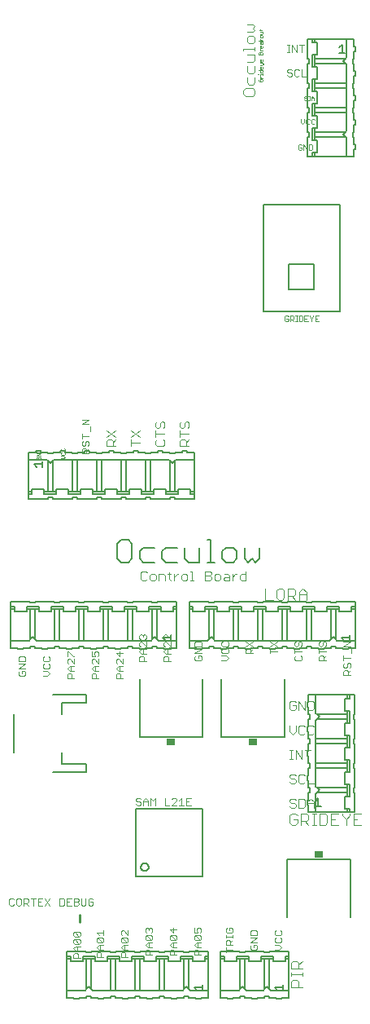
<source format=gto>
G75*
%MOIN*%
%OFA0B0*%
%FSLAX25Y25*%
%IPPOS*%
%LPD*%
%AMOC8*
5,1,8,0,0,1.08239X$1,22.5*
%
%ADD10C,0.00300*%
%ADD11C,0.00400*%
%ADD12C,0.00100*%
%ADD13C,0.00200*%
%ADD14C,0.00800*%
%ADD15C,0.00600*%
%ADD16C,0.00500*%
%ADD17C,0.01000*%
%ADD18R,0.03400X0.03000*%
D10*
X0024634Y0067150D02*
X0024150Y0067634D01*
X0024150Y0069569D01*
X0024634Y0070052D01*
X0025601Y0070052D01*
X0026085Y0069569D01*
X0027097Y0069569D02*
X0027097Y0067634D01*
X0027580Y0067150D01*
X0028548Y0067150D01*
X0029031Y0067634D01*
X0029031Y0069569D01*
X0028548Y0070052D01*
X0027580Y0070052D01*
X0027097Y0069569D01*
X0026085Y0067634D02*
X0025601Y0067150D01*
X0024634Y0067150D01*
X0030043Y0067150D02*
X0030043Y0070052D01*
X0031494Y0070052D01*
X0031978Y0069569D01*
X0031978Y0068601D01*
X0031494Y0068117D01*
X0030043Y0068117D01*
X0031011Y0068117D02*
X0031978Y0067150D01*
X0033957Y0067150D02*
X0033957Y0070052D01*
X0032990Y0070052D02*
X0034925Y0070052D01*
X0035936Y0070052D02*
X0035936Y0067150D01*
X0037871Y0067150D01*
X0038883Y0067150D02*
X0040818Y0070052D01*
X0038883Y0070052D02*
X0040818Y0067150D01*
X0044776Y0067150D02*
X0046227Y0067150D01*
X0046711Y0067634D01*
X0046711Y0069569D01*
X0046227Y0070052D01*
X0044776Y0070052D01*
X0044776Y0067150D01*
X0047722Y0067150D02*
X0049657Y0067150D01*
X0050669Y0067150D02*
X0052120Y0067150D01*
X0052604Y0067634D01*
X0052604Y0068117D01*
X0052120Y0068601D01*
X0050669Y0068601D01*
X0052120Y0068601D02*
X0052604Y0069085D01*
X0052604Y0069569D01*
X0052120Y0070052D01*
X0050669Y0070052D01*
X0050669Y0067150D01*
X0048690Y0068601D02*
X0047722Y0068601D01*
X0047722Y0070052D02*
X0047722Y0067150D01*
X0047722Y0070052D02*
X0049657Y0070052D01*
X0053615Y0070052D02*
X0053615Y0067634D01*
X0054099Y0067150D01*
X0055066Y0067150D01*
X0055550Y0067634D01*
X0055550Y0070052D01*
X0056562Y0069569D02*
X0056562Y0067634D01*
X0057045Y0067150D01*
X0058013Y0067150D01*
X0058497Y0067634D01*
X0058497Y0068601D01*
X0057529Y0068601D01*
X0056562Y0069569D02*
X0057045Y0070052D01*
X0058013Y0070052D01*
X0058497Y0069569D01*
X0062850Y0056925D02*
X0062850Y0054990D01*
X0062850Y0055957D02*
X0059948Y0055957D01*
X0060915Y0054990D01*
X0060431Y0053978D02*
X0062366Y0052043D01*
X0062850Y0052527D01*
X0062850Y0053494D01*
X0062366Y0053978D01*
X0060431Y0053978D01*
X0059948Y0053494D01*
X0059948Y0052527D01*
X0060431Y0052043D01*
X0062366Y0052043D01*
X0062850Y0051031D02*
X0060915Y0051031D01*
X0059948Y0050064D01*
X0060915Y0049097D01*
X0062850Y0049097D01*
X0061399Y0049097D02*
X0061399Y0051031D01*
X0061399Y0048085D02*
X0061883Y0047601D01*
X0061883Y0046150D01*
X0062850Y0046150D02*
X0059948Y0046150D01*
X0059948Y0047601D01*
X0060431Y0048085D01*
X0061399Y0048085D01*
X0053350Y0048597D02*
X0051415Y0048597D01*
X0050448Y0049564D01*
X0051415Y0050531D01*
X0053350Y0050531D01*
X0052866Y0051543D02*
X0050931Y0053478D01*
X0052866Y0053478D01*
X0053350Y0052994D01*
X0053350Y0052027D01*
X0052866Y0051543D01*
X0050931Y0051543D01*
X0050448Y0052027D01*
X0050448Y0052994D01*
X0050931Y0053478D01*
X0050931Y0054490D02*
X0050448Y0054973D01*
X0050448Y0055941D01*
X0050931Y0056425D01*
X0052866Y0054490D01*
X0053350Y0054973D01*
X0053350Y0055941D01*
X0052866Y0056425D01*
X0050931Y0056425D01*
X0050931Y0054490D02*
X0052866Y0054490D01*
X0051899Y0050531D02*
X0051899Y0048597D01*
X0051899Y0047585D02*
X0052383Y0047101D01*
X0052383Y0045650D01*
X0053350Y0045650D02*
X0050448Y0045650D01*
X0050448Y0047101D01*
X0050931Y0047585D01*
X0051899Y0047585D01*
X0036904Y0068601D02*
X0035936Y0068601D01*
X0035936Y0070052D02*
X0037871Y0070052D01*
X0069948Y0056441D02*
X0069948Y0055473D01*
X0070431Y0054990D01*
X0070431Y0053978D02*
X0072366Y0052043D01*
X0072850Y0052527D01*
X0072850Y0053494D01*
X0072366Y0053978D01*
X0070431Y0053978D01*
X0069948Y0053494D01*
X0069948Y0052527D01*
X0070431Y0052043D01*
X0072366Y0052043D01*
X0072850Y0051031D02*
X0070915Y0051031D01*
X0069948Y0050064D01*
X0070915Y0049097D01*
X0072850Y0049097D01*
X0071399Y0049097D02*
X0071399Y0051031D01*
X0071399Y0048085D02*
X0071883Y0047601D01*
X0071883Y0046150D01*
X0072850Y0046150D02*
X0069948Y0046150D01*
X0069948Y0047601D01*
X0070431Y0048085D01*
X0071399Y0048085D01*
X0072850Y0054990D02*
X0070915Y0056925D01*
X0070431Y0056925D01*
X0069948Y0056441D01*
X0072850Y0056925D02*
X0072850Y0054990D01*
X0079948Y0054494D02*
X0080431Y0054978D01*
X0082366Y0053043D01*
X0082850Y0053527D01*
X0082850Y0054494D01*
X0082366Y0054978D01*
X0080431Y0054978D01*
X0079948Y0054494D02*
X0079948Y0053527D01*
X0080431Y0053043D01*
X0082366Y0053043D01*
X0082850Y0052031D02*
X0080915Y0052031D01*
X0079948Y0051064D01*
X0080915Y0050097D01*
X0082850Y0050097D01*
X0081399Y0050097D02*
X0081399Y0052031D01*
X0081399Y0049085D02*
X0081883Y0048601D01*
X0081883Y0047150D01*
X0082850Y0047150D02*
X0079948Y0047150D01*
X0079948Y0048601D01*
X0080431Y0049085D01*
X0081399Y0049085D01*
X0082366Y0055990D02*
X0082850Y0056473D01*
X0082850Y0057441D01*
X0082366Y0057925D01*
X0081883Y0057925D01*
X0081399Y0057441D01*
X0081399Y0056957D01*
X0081399Y0057441D02*
X0080915Y0057925D01*
X0080431Y0057925D01*
X0079948Y0057441D01*
X0079948Y0056473D01*
X0080431Y0055990D01*
X0089948Y0057441D02*
X0091399Y0055990D01*
X0091399Y0057925D01*
X0092850Y0057441D02*
X0089948Y0057441D01*
X0090431Y0054978D02*
X0092366Y0053043D01*
X0092850Y0053527D01*
X0092850Y0054494D01*
X0092366Y0054978D01*
X0090431Y0054978D01*
X0089948Y0054494D01*
X0089948Y0053527D01*
X0090431Y0053043D01*
X0092366Y0053043D01*
X0092850Y0052031D02*
X0090915Y0052031D01*
X0089948Y0051064D01*
X0090915Y0050097D01*
X0092850Y0050097D01*
X0091399Y0050097D02*
X0091399Y0052031D01*
X0091399Y0049085D02*
X0090431Y0049085D01*
X0089948Y0048601D01*
X0089948Y0047150D01*
X0092850Y0047150D01*
X0091883Y0047150D02*
X0091883Y0048601D01*
X0091399Y0049085D01*
X0099948Y0048601D02*
X0099948Y0047150D01*
X0102850Y0047150D01*
X0101883Y0047150D02*
X0101883Y0048601D01*
X0101399Y0049085D01*
X0100431Y0049085D01*
X0099948Y0048601D01*
X0100915Y0050097D02*
X0099948Y0051064D01*
X0100915Y0052031D01*
X0102850Y0052031D01*
X0102366Y0053043D02*
X0100431Y0054978D01*
X0102366Y0054978D01*
X0102850Y0054494D01*
X0102850Y0053527D01*
X0102366Y0053043D01*
X0100431Y0053043D01*
X0099948Y0053527D01*
X0099948Y0054494D01*
X0100431Y0054978D01*
X0099948Y0055990D02*
X0101399Y0055990D01*
X0100915Y0056957D01*
X0100915Y0057441D01*
X0101399Y0057925D01*
X0102366Y0057925D01*
X0102850Y0057441D01*
X0102850Y0056473D01*
X0102366Y0055990D01*
X0099948Y0055990D02*
X0099948Y0057925D01*
X0101399Y0052031D02*
X0101399Y0050097D01*
X0100915Y0050097D02*
X0102850Y0050097D01*
X0112948Y0050085D02*
X0112948Y0048150D01*
X0112948Y0049117D02*
X0115850Y0049117D01*
X0115850Y0051097D02*
X0112948Y0051097D01*
X0112948Y0052548D01*
X0113431Y0053031D01*
X0114399Y0053031D01*
X0114883Y0052548D01*
X0114883Y0051097D01*
X0114883Y0052064D02*
X0115850Y0053031D01*
X0115850Y0054043D02*
X0115850Y0055011D01*
X0115850Y0054527D02*
X0112948Y0054527D01*
X0112948Y0054043D02*
X0112948Y0055011D01*
X0113431Y0056007D02*
X0115366Y0056007D01*
X0115850Y0056491D01*
X0115850Y0057459D01*
X0115366Y0057942D01*
X0114399Y0057942D01*
X0114399Y0056975D01*
X0113431Y0057942D02*
X0112948Y0057459D01*
X0112948Y0056491D01*
X0113431Y0056007D01*
X0122948Y0056494D02*
X0122948Y0055043D01*
X0125850Y0055043D01*
X0125850Y0056494D01*
X0125366Y0056978D01*
X0123431Y0056978D01*
X0122948Y0056494D01*
X0122948Y0054031D02*
X0125850Y0054031D01*
X0122948Y0052097D01*
X0125850Y0052097D01*
X0125366Y0051085D02*
X0124399Y0051085D01*
X0124399Y0050117D01*
X0125366Y0049150D02*
X0125850Y0049634D01*
X0125850Y0050601D01*
X0125366Y0051085D01*
X0123431Y0051085D02*
X0122948Y0050601D01*
X0122948Y0049634D01*
X0123431Y0049150D01*
X0125366Y0049150D01*
X0132948Y0049150D02*
X0134883Y0049150D01*
X0135850Y0050117D01*
X0134883Y0051085D01*
X0132948Y0051085D01*
X0133431Y0052097D02*
X0135366Y0052097D01*
X0135850Y0052580D01*
X0135850Y0053548D01*
X0135366Y0054031D01*
X0135366Y0055043D02*
X0135850Y0055527D01*
X0135850Y0056494D01*
X0135366Y0056978D01*
X0133431Y0056978D02*
X0132948Y0056494D01*
X0132948Y0055527D01*
X0133431Y0055043D01*
X0135366Y0055043D01*
X0133431Y0054031D02*
X0132948Y0053548D01*
X0132948Y0052580D01*
X0133431Y0052097D01*
X0139767Y0107150D02*
X0139150Y0107767D01*
X0139767Y0107150D02*
X0141002Y0107150D01*
X0141619Y0107767D01*
X0141619Y0108384D01*
X0141002Y0109002D01*
X0139767Y0109002D01*
X0139150Y0109619D01*
X0139150Y0110236D01*
X0139767Y0110853D01*
X0141002Y0110853D01*
X0141619Y0110236D01*
X0142833Y0110853D02*
X0144685Y0110853D01*
X0145302Y0110236D01*
X0145302Y0107767D01*
X0144685Y0107150D01*
X0142833Y0107150D01*
X0142833Y0110853D01*
X0146516Y0109619D02*
X0146516Y0107150D01*
X0146516Y0109002D02*
X0148985Y0109002D01*
X0148985Y0109619D02*
X0148985Y0107150D01*
X0148985Y0109619D02*
X0147751Y0110853D01*
X0146516Y0109619D01*
X0146516Y0117150D02*
X0148985Y0117150D01*
X0146516Y0117150D02*
X0146516Y0120853D01*
X0145302Y0120236D02*
X0144685Y0120853D01*
X0143450Y0120853D01*
X0142833Y0120236D01*
X0142833Y0117767D01*
X0143450Y0117150D01*
X0144685Y0117150D01*
X0145302Y0117767D01*
X0141619Y0117767D02*
X0141002Y0117150D01*
X0139767Y0117150D01*
X0139150Y0117767D01*
X0139767Y0119002D02*
X0141002Y0119002D01*
X0141619Y0118384D01*
X0141619Y0117767D01*
X0141619Y0120236D02*
X0141002Y0120853D01*
X0139767Y0120853D01*
X0139150Y0120236D01*
X0139150Y0119619D01*
X0139767Y0119002D01*
X0139767Y0127150D02*
X0139767Y0130853D01*
X0139150Y0130853D02*
X0140384Y0130853D01*
X0141605Y0130853D02*
X0141605Y0127150D01*
X0140384Y0127150D02*
X0139150Y0127150D01*
X0141605Y0130853D02*
X0144074Y0127150D01*
X0144074Y0130853D01*
X0145289Y0130853D02*
X0147757Y0130853D01*
X0146523Y0130853D02*
X0146523Y0127150D01*
X0147133Y0137150D02*
X0146516Y0137767D01*
X0146516Y0140236D01*
X0147133Y0140853D01*
X0148368Y0140853D01*
X0148985Y0140236D01*
X0148985Y0137767D02*
X0148368Y0137150D01*
X0147133Y0137150D01*
X0145302Y0137767D02*
X0144685Y0137150D01*
X0143450Y0137150D01*
X0142833Y0137767D01*
X0142833Y0140236D01*
X0143450Y0140853D01*
X0144685Y0140853D01*
X0145302Y0140236D01*
X0141619Y0140853D02*
X0141619Y0138384D01*
X0140384Y0137150D01*
X0139150Y0138384D01*
X0139150Y0140853D01*
X0139767Y0147150D02*
X0141002Y0147150D01*
X0141619Y0147767D01*
X0141619Y0149002D01*
X0140384Y0149002D01*
X0139150Y0150236D02*
X0139150Y0147767D01*
X0139767Y0147150D01*
X0139150Y0150236D02*
X0139767Y0150853D01*
X0141002Y0150853D01*
X0141619Y0150236D01*
X0142833Y0150853D02*
X0145302Y0147150D01*
X0145302Y0150853D01*
X0146516Y0150853D02*
X0148368Y0150853D01*
X0148985Y0150236D01*
X0148985Y0147767D01*
X0148368Y0147150D01*
X0146516Y0147150D01*
X0146516Y0150853D01*
X0142833Y0150853D02*
X0142833Y0147150D01*
X0143566Y0167310D02*
X0141631Y0167310D01*
X0141148Y0167794D01*
X0141148Y0168762D01*
X0141631Y0169245D01*
X0141148Y0170257D02*
X0141148Y0172192D01*
X0141148Y0171224D02*
X0144050Y0171224D01*
X0143566Y0169245D02*
X0144050Y0168762D01*
X0144050Y0167794D01*
X0143566Y0167310D01*
X0143566Y0173203D02*
X0144050Y0173687D01*
X0144050Y0174655D01*
X0143566Y0175138D01*
X0143083Y0175138D01*
X0142599Y0174655D01*
X0142599Y0173687D01*
X0142115Y0173203D01*
X0141631Y0173203D01*
X0141148Y0173687D01*
X0141148Y0174655D01*
X0141631Y0175138D01*
X0134050Y0175138D02*
X0131148Y0173203D01*
X0131148Y0172192D02*
X0131148Y0170257D01*
X0131148Y0171224D02*
X0134050Y0171224D01*
X0134050Y0173203D02*
X0131148Y0175138D01*
X0124050Y0175138D02*
X0121148Y0173203D01*
X0121631Y0172192D02*
X0122599Y0172192D01*
X0123083Y0171708D01*
X0123083Y0170257D01*
X0124050Y0170257D02*
X0121148Y0170257D01*
X0121148Y0171708D01*
X0121631Y0172192D01*
X0123083Y0171224D02*
X0124050Y0172192D01*
X0124050Y0173203D02*
X0121148Y0175138D01*
X0114050Y0174655D02*
X0113566Y0175138D01*
X0114050Y0174655D02*
X0114050Y0173687D01*
X0113566Y0173203D01*
X0111631Y0173203D01*
X0111148Y0173687D01*
X0111148Y0174655D01*
X0111631Y0175138D01*
X0111631Y0172192D02*
X0111148Y0171708D01*
X0111148Y0170741D01*
X0111631Y0170257D01*
X0113566Y0170257D01*
X0114050Y0170741D01*
X0114050Y0171708D01*
X0113566Y0172192D01*
X0113083Y0169245D02*
X0111148Y0169245D01*
X0113083Y0169245D02*
X0114050Y0168278D01*
X0113083Y0167310D01*
X0111148Y0167310D01*
X0103050Y0167794D02*
X0103050Y0168762D01*
X0102566Y0169245D01*
X0101599Y0169245D01*
X0101599Y0168278D01*
X0100631Y0167310D02*
X0102566Y0167310D01*
X0103050Y0167794D01*
X0103050Y0170257D02*
X0100148Y0170257D01*
X0103050Y0172192D01*
X0100148Y0172192D01*
X0100148Y0173203D02*
X0100148Y0174655D01*
X0100631Y0175138D01*
X0102566Y0175138D01*
X0103050Y0174655D01*
X0103050Y0173203D01*
X0100148Y0173203D01*
X0100631Y0169245D02*
X0100148Y0168762D01*
X0100148Y0167794D01*
X0100631Y0167310D01*
X0090350Y0167150D02*
X0087448Y0167150D01*
X0087448Y0168601D01*
X0087931Y0169085D01*
X0088899Y0169085D01*
X0089383Y0168601D01*
X0089383Y0167150D01*
X0088899Y0170097D02*
X0088899Y0172031D01*
X0088415Y0172031D02*
X0090350Y0172031D01*
X0090350Y0173043D02*
X0088415Y0174978D01*
X0087931Y0174978D01*
X0087448Y0174494D01*
X0087448Y0173527D01*
X0087931Y0173043D01*
X0088415Y0172031D02*
X0087448Y0171064D01*
X0088415Y0170097D01*
X0090350Y0170097D01*
X0090350Y0173043D02*
X0090350Y0174978D01*
X0090350Y0175990D02*
X0088415Y0177925D01*
X0087931Y0177925D01*
X0087448Y0177441D01*
X0087448Y0176473D01*
X0087931Y0175990D01*
X0090350Y0175990D02*
X0090350Y0177925D01*
X0090434Y0200150D02*
X0089817Y0200767D01*
X0089817Y0203236D01*
X0090434Y0202619D02*
X0089199Y0202619D01*
X0087985Y0202002D02*
X0087985Y0200150D01*
X0087985Y0202002D02*
X0087368Y0202619D01*
X0085516Y0202619D01*
X0085516Y0200150D01*
X0084302Y0200767D02*
X0084302Y0202002D01*
X0083685Y0202619D01*
X0082450Y0202619D01*
X0081833Y0202002D01*
X0081833Y0200767D01*
X0082450Y0200150D01*
X0083685Y0200150D01*
X0084302Y0200767D01*
X0080619Y0200767D02*
X0080002Y0200150D01*
X0078767Y0200150D01*
X0078150Y0200767D01*
X0078150Y0203236D01*
X0078767Y0203853D01*
X0080002Y0203853D01*
X0080619Y0203236D01*
X0091655Y0202619D02*
X0091655Y0200150D01*
X0091655Y0201384D02*
X0092889Y0202619D01*
X0093506Y0202619D01*
X0094724Y0202002D02*
X0094724Y0200767D01*
X0095341Y0200150D01*
X0096576Y0200150D01*
X0097193Y0200767D01*
X0097193Y0202002D01*
X0096576Y0202619D01*
X0095341Y0202619D01*
X0094724Y0202002D01*
X0098407Y0203853D02*
X0099024Y0203853D01*
X0099024Y0200150D01*
X0098407Y0200150D02*
X0099642Y0200150D01*
X0104546Y0200150D02*
X0106397Y0200150D01*
X0107015Y0200767D01*
X0107015Y0201384D01*
X0106397Y0202002D01*
X0104546Y0202002D01*
X0104546Y0203853D02*
X0104546Y0200150D01*
X0106397Y0202002D02*
X0107015Y0202619D01*
X0107015Y0203236D01*
X0106397Y0203853D01*
X0104546Y0203853D01*
X0108229Y0202002D02*
X0108229Y0200767D01*
X0108846Y0200150D01*
X0110081Y0200150D01*
X0110698Y0200767D01*
X0110698Y0202002D01*
X0110081Y0202619D01*
X0108846Y0202619D01*
X0108229Y0202002D01*
X0111912Y0200767D02*
X0112529Y0201384D01*
X0114381Y0201384D01*
X0114381Y0202002D02*
X0114381Y0200150D01*
X0112529Y0200150D01*
X0111912Y0200767D01*
X0112529Y0202619D02*
X0113764Y0202619D01*
X0114381Y0202002D01*
X0115595Y0202619D02*
X0115595Y0200150D01*
X0115595Y0201384D02*
X0116830Y0202619D01*
X0117447Y0202619D01*
X0118665Y0202002D02*
X0119282Y0202619D01*
X0121133Y0202619D01*
X0121133Y0203853D02*
X0121133Y0200150D01*
X0119282Y0200150D01*
X0118665Y0200767D01*
X0118665Y0202002D01*
X0097850Y0255150D02*
X0094147Y0255150D01*
X0094147Y0257002D01*
X0094764Y0257619D01*
X0095998Y0257619D01*
X0096616Y0257002D01*
X0096616Y0255150D01*
X0096616Y0256384D02*
X0097850Y0257619D01*
X0097850Y0260068D02*
X0094147Y0260068D01*
X0094147Y0261302D02*
X0094147Y0258833D01*
X0094764Y0262516D02*
X0094147Y0263133D01*
X0094147Y0264368D01*
X0094764Y0264985D01*
X0095998Y0264368D02*
X0096616Y0264985D01*
X0097233Y0264985D01*
X0097850Y0264368D01*
X0097850Y0263133D01*
X0097233Y0262516D01*
X0095998Y0263133D02*
X0095998Y0264368D01*
X0095998Y0263133D02*
X0095381Y0262516D01*
X0094764Y0262516D01*
X0087850Y0263133D02*
X0087233Y0262516D01*
X0087850Y0263133D02*
X0087850Y0264368D01*
X0087233Y0264985D01*
X0086616Y0264985D01*
X0085998Y0264368D01*
X0085998Y0263133D01*
X0085381Y0262516D01*
X0084764Y0262516D01*
X0084147Y0263133D01*
X0084147Y0264368D01*
X0084764Y0264985D01*
X0084147Y0261302D02*
X0084147Y0258833D01*
X0084147Y0260068D02*
X0087850Y0260068D01*
X0087233Y0257619D02*
X0087850Y0257002D01*
X0087850Y0255767D01*
X0087233Y0255150D01*
X0084764Y0255150D01*
X0084147Y0255767D01*
X0084147Y0257002D01*
X0084764Y0257619D01*
X0077850Y0258833D02*
X0074147Y0261302D01*
X0074147Y0258833D02*
X0077850Y0261302D01*
X0077850Y0256384D02*
X0074147Y0256384D01*
X0074147Y0255150D02*
X0074147Y0257619D01*
X0067850Y0257619D02*
X0066616Y0256384D01*
X0066616Y0257002D02*
X0066616Y0255150D01*
X0067850Y0255150D02*
X0064147Y0255150D01*
X0064147Y0257002D01*
X0064764Y0257619D01*
X0065998Y0257619D01*
X0066616Y0257002D01*
X0067850Y0258833D02*
X0064147Y0261302D01*
X0064147Y0258833D02*
X0067850Y0261302D01*
X0057334Y0260990D02*
X0057334Y0262925D01*
X0056850Y0263936D02*
X0053948Y0263936D01*
X0056850Y0265871D01*
X0053948Y0265871D01*
X0053948Y0259978D02*
X0053948Y0258043D01*
X0053948Y0259011D02*
X0056850Y0259011D01*
X0056366Y0257031D02*
X0055883Y0257031D01*
X0055399Y0256548D01*
X0055399Y0255580D01*
X0054915Y0255097D01*
X0054431Y0255097D01*
X0053948Y0255580D01*
X0053948Y0256548D01*
X0054431Y0257031D01*
X0056366Y0257031D02*
X0056850Y0256548D01*
X0056850Y0255580D01*
X0056366Y0255097D01*
X0056850Y0254085D02*
X0055883Y0253117D01*
X0055883Y0253601D02*
X0055883Y0252150D01*
X0056850Y0252150D02*
X0053948Y0252150D01*
X0053948Y0253601D01*
X0054431Y0254085D01*
X0055399Y0254085D01*
X0055883Y0253601D01*
X0077931Y0177925D02*
X0078415Y0177925D01*
X0078899Y0177441D01*
X0079383Y0177925D01*
X0079866Y0177925D01*
X0080350Y0177441D01*
X0080350Y0176473D01*
X0079866Y0175990D01*
X0080350Y0174978D02*
X0080350Y0173043D01*
X0078415Y0174978D01*
X0077931Y0174978D01*
X0077448Y0174494D01*
X0077448Y0173527D01*
X0077931Y0173043D01*
X0078415Y0172031D02*
X0080350Y0172031D01*
X0078899Y0172031D02*
X0078899Y0170097D01*
X0078415Y0170097D02*
X0080350Y0170097D01*
X0078899Y0169085D02*
X0079383Y0168601D01*
X0079383Y0167150D01*
X0080350Y0167150D02*
X0077448Y0167150D01*
X0077448Y0168601D01*
X0077931Y0169085D01*
X0078899Y0169085D01*
X0078415Y0170097D02*
X0077448Y0171064D01*
X0078415Y0172031D01*
X0077931Y0175990D02*
X0077448Y0176473D01*
X0077448Y0177441D01*
X0077931Y0177925D01*
X0078899Y0177441D02*
X0078899Y0176957D01*
X0070850Y0170441D02*
X0067948Y0170441D01*
X0069399Y0168990D01*
X0069399Y0170925D01*
X0068915Y0167978D02*
X0068431Y0167978D01*
X0067948Y0167494D01*
X0067948Y0166527D01*
X0068431Y0166043D01*
X0068915Y0165031D02*
X0070850Y0165031D01*
X0070850Y0166043D02*
X0068915Y0167978D01*
X0070850Y0167978D02*
X0070850Y0166043D01*
X0069399Y0165031D02*
X0069399Y0163097D01*
X0068915Y0163097D02*
X0067948Y0164064D01*
X0068915Y0165031D01*
X0068915Y0163097D02*
X0070850Y0163097D01*
X0069399Y0162085D02*
X0069883Y0161601D01*
X0069883Y0160150D01*
X0070850Y0160150D02*
X0067948Y0160150D01*
X0067948Y0161601D01*
X0068431Y0162085D01*
X0069399Y0162085D01*
X0060850Y0163097D02*
X0058915Y0163097D01*
X0057948Y0164064D01*
X0058915Y0165031D01*
X0060850Y0165031D01*
X0060850Y0166043D02*
X0058915Y0167978D01*
X0058431Y0167978D01*
X0057948Y0167494D01*
X0057948Y0166527D01*
X0058431Y0166043D01*
X0059399Y0165031D02*
X0059399Y0163097D01*
X0059399Y0162085D02*
X0059883Y0161601D01*
X0059883Y0160150D01*
X0060850Y0160150D02*
X0057948Y0160150D01*
X0057948Y0161601D01*
X0058431Y0162085D01*
X0059399Y0162085D01*
X0060850Y0166043D02*
X0060850Y0167978D01*
X0060366Y0168990D02*
X0060850Y0169473D01*
X0060850Y0170441D01*
X0060366Y0170925D01*
X0059399Y0170925D01*
X0058915Y0170441D01*
X0058915Y0169957D01*
X0059399Y0168990D01*
X0057948Y0168990D01*
X0057948Y0170925D01*
X0050850Y0168990D02*
X0050366Y0168990D01*
X0048431Y0170925D01*
X0047948Y0170925D01*
X0047948Y0168990D01*
X0048431Y0167978D02*
X0047948Y0167494D01*
X0047948Y0166527D01*
X0048431Y0166043D01*
X0048915Y0165031D02*
X0050850Y0165031D01*
X0050850Y0166043D02*
X0048915Y0167978D01*
X0048431Y0167978D01*
X0048915Y0165031D02*
X0047948Y0164064D01*
X0048915Y0163097D01*
X0050850Y0163097D01*
X0049399Y0163097D02*
X0049399Y0165031D01*
X0050850Y0166043D02*
X0050850Y0167978D01*
X0049399Y0162085D02*
X0049883Y0161601D01*
X0049883Y0160150D01*
X0050850Y0160150D02*
X0047948Y0160150D01*
X0047948Y0161601D01*
X0048431Y0162085D01*
X0049399Y0162085D01*
X0040850Y0162117D02*
X0039883Y0163085D01*
X0037948Y0163085D01*
X0038431Y0164097D02*
X0040366Y0164097D01*
X0040850Y0164580D01*
X0040850Y0165548D01*
X0040366Y0166031D01*
X0040366Y0167043D02*
X0040850Y0167527D01*
X0040850Y0168494D01*
X0040366Y0168978D01*
X0040366Y0167043D02*
X0038431Y0167043D01*
X0037948Y0167527D01*
X0037948Y0168494D01*
X0038431Y0168978D01*
X0038431Y0166031D02*
X0037948Y0165548D01*
X0037948Y0164580D01*
X0038431Y0164097D01*
X0037948Y0161150D02*
X0039883Y0161150D01*
X0040850Y0162117D01*
X0030850Y0161634D02*
X0030850Y0162601D01*
X0030366Y0163085D01*
X0029399Y0163085D01*
X0029399Y0162117D01*
X0030366Y0161150D02*
X0028431Y0161150D01*
X0027948Y0161634D01*
X0027948Y0162601D01*
X0028431Y0163085D01*
X0027948Y0164097D02*
X0030850Y0166031D01*
X0027948Y0166031D01*
X0027948Y0167043D02*
X0027948Y0168494D01*
X0028431Y0168978D01*
X0030366Y0168978D01*
X0030850Y0168494D01*
X0030850Y0167043D01*
X0027948Y0167043D01*
X0027948Y0164097D02*
X0030850Y0164097D01*
X0030850Y0161634D02*
X0030366Y0161150D01*
X0076634Y0111052D02*
X0076150Y0110569D01*
X0076150Y0110085D01*
X0076634Y0109601D01*
X0077601Y0109601D01*
X0078085Y0109117D01*
X0078085Y0108634D01*
X0077601Y0108150D01*
X0076634Y0108150D01*
X0076150Y0108634D01*
X0076634Y0111052D02*
X0077601Y0111052D01*
X0078085Y0110569D01*
X0079097Y0110085D02*
X0080064Y0111052D01*
X0081031Y0110085D01*
X0081031Y0108150D01*
X0082043Y0108150D02*
X0082043Y0111052D01*
X0083011Y0110085D01*
X0083978Y0111052D01*
X0083978Y0108150D01*
X0081031Y0109601D02*
X0079097Y0109601D01*
X0079097Y0110085D02*
X0079097Y0108150D01*
X0087936Y0108150D02*
X0089871Y0108150D01*
X0090883Y0108150D02*
X0092818Y0110085D01*
X0092818Y0110569D01*
X0092334Y0111052D01*
X0091366Y0111052D01*
X0090883Y0110569D01*
X0090883Y0108150D02*
X0092818Y0108150D01*
X0093829Y0108150D02*
X0095764Y0108150D01*
X0094797Y0108150D02*
X0094797Y0111052D01*
X0093829Y0110085D01*
X0096776Y0109601D02*
X0097743Y0109601D01*
X0096776Y0108150D02*
X0098711Y0108150D01*
X0096776Y0108150D02*
X0096776Y0111052D01*
X0098711Y0111052D01*
X0087936Y0111052D02*
X0087936Y0108150D01*
X0151148Y0167310D02*
X0151148Y0168762D01*
X0151631Y0169245D01*
X0152599Y0169245D01*
X0153083Y0168762D01*
X0153083Y0167310D01*
X0154050Y0167310D02*
X0151148Y0167310D01*
X0153083Y0168278D02*
X0154050Y0169245D01*
X0154050Y0171224D02*
X0151148Y0171224D01*
X0151148Y0170257D02*
X0151148Y0172192D01*
X0151631Y0173203D02*
X0152115Y0173203D01*
X0152599Y0173687D01*
X0152599Y0174655D01*
X0153083Y0175138D01*
X0153566Y0175138D01*
X0154050Y0174655D01*
X0154050Y0173687D01*
X0153566Y0173203D01*
X0151631Y0173203D02*
X0151148Y0173687D01*
X0151148Y0174655D01*
X0151631Y0175138D01*
X0161148Y0175138D02*
X0164050Y0175138D01*
X0161148Y0173203D01*
X0164050Y0173203D01*
X0164534Y0172192D02*
X0164534Y0170257D01*
X0164050Y0168278D02*
X0161148Y0168278D01*
X0161148Y0169245D02*
X0161148Y0167310D01*
X0161631Y0166299D02*
X0161148Y0165815D01*
X0161148Y0164848D01*
X0161631Y0164364D01*
X0162115Y0164364D01*
X0162599Y0164848D01*
X0162599Y0165815D01*
X0163083Y0166299D01*
X0163566Y0166299D01*
X0164050Y0165815D01*
X0164050Y0164848D01*
X0163566Y0164364D01*
X0164050Y0163352D02*
X0163083Y0162385D01*
X0163083Y0162869D02*
X0163083Y0161417D01*
X0164050Y0161417D02*
X0161148Y0161417D01*
X0161148Y0162869D01*
X0161631Y0163352D01*
X0162599Y0163352D01*
X0163083Y0162869D01*
X0145978Y0406150D02*
X0144043Y0406150D01*
X0144043Y0409052D01*
X0143031Y0408569D02*
X0142548Y0409052D01*
X0141580Y0409052D01*
X0141097Y0408569D01*
X0141097Y0406634D01*
X0141580Y0406150D01*
X0142548Y0406150D01*
X0143031Y0406634D01*
X0140085Y0406634D02*
X0139601Y0406150D01*
X0138634Y0406150D01*
X0138150Y0406634D01*
X0138634Y0407601D02*
X0139601Y0407601D01*
X0140085Y0407117D01*
X0140085Y0406634D01*
X0138634Y0407601D02*
X0138150Y0408085D01*
X0138150Y0408569D01*
X0138634Y0409052D01*
X0139601Y0409052D01*
X0140085Y0408569D01*
X0140114Y0416150D02*
X0140114Y0419052D01*
X0142049Y0416150D01*
X0142049Y0419052D01*
X0143061Y0419052D02*
X0144996Y0419052D01*
X0144028Y0419052D02*
X0144028Y0416150D01*
X0139117Y0416150D02*
X0138150Y0416150D01*
X0138634Y0416150D02*
X0138634Y0419052D01*
X0139117Y0419052D02*
X0138150Y0419052D01*
D11*
X0124800Y0418150D02*
X0124800Y0416616D01*
X0124800Y0417383D02*
X0120196Y0417383D01*
X0120196Y0416616D01*
X0121731Y0415081D02*
X0124800Y0415081D01*
X0124800Y0412779D01*
X0124033Y0412012D01*
X0121731Y0412012D01*
X0121731Y0410477D02*
X0121731Y0408175D01*
X0122498Y0407408D01*
X0124033Y0407408D01*
X0124800Y0408175D01*
X0124800Y0410477D01*
X0124800Y0405873D02*
X0124800Y0403571D01*
X0124033Y0402804D01*
X0122498Y0402804D01*
X0121731Y0403571D01*
X0121731Y0405873D01*
X0120963Y0401269D02*
X0120196Y0400502D01*
X0120196Y0398967D01*
X0120963Y0398200D01*
X0124033Y0398200D01*
X0124800Y0398967D01*
X0124800Y0400502D01*
X0124033Y0401269D01*
X0120963Y0401269D01*
X0122498Y0419685D02*
X0121731Y0420452D01*
X0121731Y0421987D01*
X0122498Y0422754D01*
X0124033Y0422754D01*
X0124800Y0421987D01*
X0124800Y0420452D01*
X0124033Y0419685D01*
X0122498Y0419685D01*
X0121731Y0424289D02*
X0124033Y0424289D01*
X0124800Y0425056D01*
X0124033Y0425824D01*
X0124800Y0426591D01*
X0124033Y0427358D01*
X0121731Y0427358D01*
X0129200Y0196804D02*
X0129200Y0192200D01*
X0132269Y0192200D01*
X0133804Y0192967D02*
X0133804Y0196037D01*
X0134571Y0196804D01*
X0136106Y0196804D01*
X0136873Y0196037D01*
X0136873Y0192967D01*
X0136106Y0192200D01*
X0134571Y0192200D01*
X0133804Y0192967D01*
X0138408Y0192200D02*
X0138408Y0196804D01*
X0140710Y0196804D01*
X0141477Y0196037D01*
X0141477Y0194502D01*
X0140710Y0193735D01*
X0138408Y0193735D01*
X0139942Y0193735D02*
X0141477Y0192200D01*
X0143012Y0192200D02*
X0143012Y0195269D01*
X0144546Y0196804D01*
X0146081Y0195269D01*
X0146081Y0192200D01*
X0146081Y0194502D02*
X0143012Y0194502D01*
X0143804Y0104804D02*
X0146106Y0104804D01*
X0146873Y0104037D01*
X0146873Y0102502D01*
X0146106Y0101735D01*
X0143804Y0101735D01*
X0145339Y0101735D02*
X0146873Y0100200D01*
X0148408Y0100200D02*
X0149942Y0100200D01*
X0149175Y0100200D02*
X0149175Y0104804D01*
X0148408Y0104804D02*
X0149942Y0104804D01*
X0151477Y0104804D02*
X0151477Y0100200D01*
X0153779Y0100200D01*
X0154546Y0100967D01*
X0154546Y0104037D01*
X0153779Y0104804D01*
X0151477Y0104804D01*
X0156081Y0104804D02*
X0156081Y0100200D01*
X0159150Y0100200D01*
X0157616Y0102502D02*
X0156081Y0102502D01*
X0156081Y0104804D02*
X0159150Y0104804D01*
X0160685Y0104804D02*
X0160685Y0104037D01*
X0162220Y0102502D01*
X0162220Y0100200D01*
X0162220Y0102502D02*
X0163754Y0104037D01*
X0163754Y0104804D01*
X0165289Y0104804D02*
X0165289Y0100200D01*
X0168358Y0100200D01*
X0166824Y0102502D02*
X0165289Y0102502D01*
X0165289Y0104804D02*
X0168358Y0104804D01*
X0143804Y0104804D02*
X0143804Y0100200D01*
X0142269Y0100967D02*
X0142269Y0102502D01*
X0140735Y0102502D01*
X0142269Y0104037D02*
X0141502Y0104804D01*
X0139967Y0104804D01*
X0139200Y0104037D01*
X0139200Y0100967D01*
X0139967Y0100200D01*
X0141502Y0100200D01*
X0142269Y0100967D01*
X0141998Y0044442D02*
X0140463Y0044442D01*
X0139696Y0043675D01*
X0139696Y0041373D01*
X0144300Y0041373D01*
X0144300Y0039839D02*
X0144300Y0038304D01*
X0144300Y0039071D02*
X0139696Y0039071D01*
X0139696Y0038304D02*
X0139696Y0039839D01*
X0140463Y0036769D02*
X0139696Y0036002D01*
X0139696Y0033700D01*
X0144300Y0033700D01*
X0142765Y0033700D02*
X0142765Y0036002D01*
X0141998Y0036769D01*
X0140463Y0036769D01*
X0142765Y0041373D02*
X0142765Y0043675D01*
X0141998Y0044442D01*
X0142765Y0042908D02*
X0144300Y0044442D01*
D12*
X0046450Y0250050D02*
X0046950Y0250550D01*
X0046450Y0251051D01*
X0045449Y0251051D01*
X0045699Y0251523D02*
X0046700Y0251523D01*
X0046950Y0251773D01*
X0046950Y0252274D01*
X0046700Y0252524D01*
X0046700Y0252997D02*
X0046950Y0253247D01*
X0046950Y0253747D01*
X0046700Y0253997D01*
X0046700Y0252997D02*
X0045699Y0252997D01*
X0045449Y0253247D01*
X0045449Y0253747D01*
X0045699Y0253997D01*
X0045699Y0252524D02*
X0045449Y0252274D01*
X0045449Y0251773D01*
X0045699Y0251523D01*
X0045449Y0250050D02*
X0046450Y0250050D01*
X0036950Y0249800D02*
X0036950Y0250301D01*
X0036700Y0250551D01*
X0036199Y0250551D01*
X0036199Y0250050D01*
X0035699Y0249550D02*
X0036700Y0249550D01*
X0036950Y0249800D01*
X0036950Y0251023D02*
X0035449Y0251023D01*
X0036950Y0252024D01*
X0035449Y0252024D01*
X0035449Y0252497D02*
X0035449Y0253247D01*
X0035699Y0253497D01*
X0036700Y0253497D01*
X0036950Y0253247D01*
X0036950Y0252497D01*
X0035449Y0252497D01*
X0035699Y0250551D02*
X0035449Y0250301D01*
X0035449Y0249800D01*
X0035699Y0249550D01*
X0126699Y0404050D02*
X0127700Y0404050D01*
X0127950Y0404300D01*
X0127950Y0404801D01*
X0127700Y0405051D01*
X0127199Y0405051D01*
X0127199Y0404550D01*
X0126699Y0404050D02*
X0126449Y0404300D01*
X0126449Y0404801D01*
X0126699Y0405051D01*
X0126949Y0405523D02*
X0127950Y0405523D01*
X0127450Y0405523D02*
X0126949Y0406024D01*
X0126949Y0406274D01*
X0126949Y0406751D02*
X0126949Y0407001D01*
X0127950Y0407001D01*
X0127950Y0406751D02*
X0127950Y0407251D01*
X0127700Y0407733D02*
X0127199Y0407733D01*
X0126949Y0407983D01*
X0126949Y0408734D01*
X0126449Y0408734D02*
X0127950Y0408734D01*
X0127950Y0407983D01*
X0127700Y0407733D01*
X0126449Y0407001D02*
X0126199Y0407001D01*
X0127199Y0409206D02*
X0126949Y0409457D01*
X0126949Y0409957D01*
X0127199Y0410207D01*
X0127450Y0410207D01*
X0127450Y0409206D01*
X0127700Y0409206D02*
X0127199Y0409206D01*
X0127700Y0409206D02*
X0127950Y0409457D01*
X0127950Y0409957D01*
X0127700Y0410680D02*
X0127950Y0410930D01*
X0127950Y0411680D01*
X0128200Y0411680D02*
X0128450Y0411430D01*
X0128450Y0411180D01*
X0128200Y0411680D02*
X0126949Y0411680D01*
X0127199Y0412153D02*
X0126949Y0412403D01*
X0126949Y0412904D01*
X0127199Y0413154D01*
X0127450Y0413154D01*
X0127450Y0412153D01*
X0127700Y0412153D02*
X0127199Y0412153D01*
X0127700Y0412153D02*
X0127950Y0412403D01*
X0127950Y0412904D01*
X0127950Y0415099D02*
X0126449Y0415099D01*
X0126449Y0415850D01*
X0126699Y0416100D01*
X0126949Y0416100D01*
X0127199Y0415850D01*
X0127199Y0415099D01*
X0127950Y0415099D02*
X0127950Y0415850D01*
X0127700Y0416100D01*
X0127450Y0416100D01*
X0127199Y0415850D01*
X0126949Y0416573D02*
X0127950Y0416573D01*
X0127450Y0416573D02*
X0126949Y0417073D01*
X0126949Y0417323D01*
X0127199Y0417800D02*
X0126949Y0418051D01*
X0126949Y0418551D01*
X0127199Y0418801D01*
X0127450Y0418801D01*
X0127450Y0417800D01*
X0127700Y0417800D02*
X0127199Y0417800D01*
X0127700Y0417800D02*
X0127950Y0418051D01*
X0127950Y0418551D01*
X0127700Y0419274D02*
X0127450Y0419524D01*
X0127450Y0420274D01*
X0127199Y0420274D02*
X0127950Y0420274D01*
X0127950Y0419524D01*
X0127700Y0419274D01*
X0126949Y0419524D02*
X0126949Y0420024D01*
X0127199Y0420274D01*
X0127450Y0420747D02*
X0126949Y0421498D01*
X0127199Y0421975D02*
X0127700Y0421975D01*
X0127950Y0422225D01*
X0127950Y0422725D01*
X0127700Y0422975D01*
X0127199Y0422975D01*
X0126949Y0422725D01*
X0126949Y0422225D01*
X0127199Y0421975D01*
X0127950Y0421498D02*
X0127450Y0420747D01*
X0127950Y0420747D02*
X0126449Y0420747D01*
X0126949Y0423448D02*
X0127700Y0423448D01*
X0127950Y0423698D01*
X0127950Y0424449D01*
X0126949Y0424449D01*
X0126949Y0424921D02*
X0126949Y0425421D01*
X0126699Y0425171D02*
X0127700Y0425171D01*
X0127950Y0425421D01*
X0127700Y0410680D02*
X0126949Y0410680D01*
X0145050Y0397801D02*
X0145050Y0397551D01*
X0145300Y0397301D01*
X0145801Y0397301D01*
X0146051Y0397050D01*
X0146051Y0396800D01*
X0145801Y0396550D01*
X0145300Y0396550D01*
X0145050Y0396800D01*
X0145050Y0397801D02*
X0145300Y0398051D01*
X0145801Y0398051D01*
X0146051Y0397801D01*
X0146523Y0398051D02*
X0147274Y0398051D01*
X0147524Y0397801D01*
X0147524Y0396800D01*
X0147274Y0396550D01*
X0146523Y0396550D01*
X0146523Y0398051D01*
X0147997Y0397551D02*
X0147997Y0396550D01*
X0147997Y0397301D02*
X0148997Y0397301D01*
X0148997Y0397551D02*
X0148997Y0396550D01*
X0148997Y0397551D02*
X0148497Y0398051D01*
X0147997Y0397551D01*
D13*
X0148387Y0388802D02*
X0148020Y0388435D01*
X0148020Y0386967D01*
X0148387Y0386600D01*
X0149121Y0386600D01*
X0149488Y0386967D01*
X0149488Y0388435D02*
X0149121Y0388802D01*
X0148387Y0388802D01*
X0147278Y0388435D02*
X0146911Y0388802D01*
X0146177Y0388802D01*
X0145810Y0388435D01*
X0145810Y0386967D01*
X0146177Y0386600D01*
X0146911Y0386600D01*
X0147278Y0386967D01*
X0145068Y0387334D02*
X0145068Y0388802D01*
X0143600Y0388802D02*
X0143600Y0387334D01*
X0144334Y0386600D01*
X0145068Y0387334D01*
X0144810Y0378302D02*
X0146278Y0376100D01*
X0146278Y0378302D01*
X0147020Y0378302D02*
X0148121Y0378302D01*
X0148488Y0377935D01*
X0148488Y0376467D01*
X0148121Y0376100D01*
X0147020Y0376100D01*
X0147020Y0378302D01*
X0144810Y0378302D02*
X0144810Y0376100D01*
X0144068Y0376467D02*
X0144068Y0377201D01*
X0143334Y0377201D01*
X0144068Y0377935D02*
X0143701Y0378302D01*
X0142967Y0378302D01*
X0142600Y0377935D01*
X0142600Y0376467D01*
X0142967Y0376100D01*
X0143701Y0376100D01*
X0144068Y0376467D01*
X0144094Y0308302D02*
X0142993Y0308302D01*
X0142993Y0306100D01*
X0144094Y0306100D01*
X0144461Y0306467D01*
X0144461Y0307935D01*
X0144094Y0308302D01*
X0145203Y0308302D02*
X0145203Y0306100D01*
X0146671Y0306100D01*
X0145937Y0307201D02*
X0145203Y0307201D01*
X0145203Y0308302D02*
X0146671Y0308302D01*
X0147413Y0308302D02*
X0147413Y0307935D01*
X0148147Y0307201D01*
X0148147Y0306100D01*
X0148147Y0307201D02*
X0148881Y0307935D01*
X0148881Y0308302D01*
X0149623Y0308302D02*
X0149623Y0306100D01*
X0151091Y0306100D01*
X0150357Y0307201D02*
X0149623Y0307201D01*
X0149623Y0308302D02*
X0151091Y0308302D01*
X0142254Y0308302D02*
X0141520Y0308302D01*
X0141887Y0308302D02*
X0141887Y0306100D01*
X0141520Y0306100D02*
X0142254Y0306100D01*
X0140778Y0306100D02*
X0140044Y0306834D01*
X0140411Y0306834D02*
X0139310Y0306834D01*
X0139310Y0306100D02*
X0139310Y0308302D01*
X0140411Y0308302D01*
X0140778Y0307935D01*
X0140778Y0307201D01*
X0140411Y0306834D01*
X0138568Y0307201D02*
X0137834Y0307201D01*
X0138568Y0307201D02*
X0138568Y0306467D01*
X0138201Y0306100D01*
X0137467Y0306100D01*
X0137100Y0306467D01*
X0137100Y0307935D01*
X0137467Y0308302D01*
X0138201Y0308302D01*
X0138568Y0307935D01*
D14*
X0106766Y0216608D02*
X0105231Y0216608D01*
X0106766Y0216608D02*
X0106766Y0207400D01*
X0105231Y0207400D02*
X0108301Y0207400D01*
X0111370Y0208935D02*
X0112905Y0207400D01*
X0115974Y0207400D01*
X0117509Y0208935D01*
X0117509Y0212004D01*
X0115974Y0213539D01*
X0112905Y0213539D01*
X0111370Y0212004D01*
X0111370Y0208935D01*
X0120578Y0208935D02*
X0122113Y0207400D01*
X0123647Y0208935D01*
X0125182Y0207400D01*
X0126716Y0208935D01*
X0126716Y0213539D01*
X0120578Y0213539D02*
X0120578Y0208935D01*
X0102162Y0207400D02*
X0102162Y0213539D01*
X0102162Y0207400D02*
X0097558Y0207400D01*
X0096024Y0208935D01*
X0096024Y0213539D01*
X0092954Y0213539D02*
X0088350Y0213539D01*
X0086816Y0212004D01*
X0086816Y0208935D01*
X0088350Y0207400D01*
X0092954Y0207400D01*
X0083746Y0207400D02*
X0079142Y0207400D01*
X0077608Y0208935D01*
X0077608Y0212004D01*
X0079142Y0213539D01*
X0083746Y0213539D01*
X0074539Y0215073D02*
X0074539Y0208935D01*
X0073004Y0207400D01*
X0069935Y0207400D01*
X0068400Y0208935D01*
X0068400Y0215073D01*
X0069935Y0216608D01*
X0073004Y0216608D01*
X0074539Y0215073D01*
X0077600Y0159600D02*
X0077598Y0136000D01*
X0103402Y0136000D01*
X0103400Y0159600D01*
X0111100Y0159600D02*
X0111098Y0136000D01*
X0136902Y0136000D01*
X0136900Y0159600D01*
X0138098Y0086000D02*
X0163902Y0086000D01*
X0163900Y0062400D01*
X0138100Y0062400D02*
X0138098Y0086000D01*
X0055717Y0121752D02*
X0055717Y0124902D01*
X0045874Y0124902D01*
X0045874Y0129626D01*
X0041937Y0121752D02*
X0055717Y0121752D01*
X0045874Y0145374D02*
X0045874Y0150098D01*
X0055717Y0150098D01*
X0055717Y0153248D01*
X0041937Y0153248D01*
X0026189Y0145374D02*
X0026189Y0129626D01*
D15*
X0027750Y0172000D02*
X0029750Y0172000D01*
X0029750Y0172500D01*
X0032750Y0172500D01*
X0032750Y0173000D01*
X0034750Y0173000D01*
X0034750Y0172500D01*
X0037750Y0172500D01*
X0037750Y0172000D01*
X0039750Y0172000D01*
X0039750Y0172500D01*
X0042750Y0172500D01*
X0042750Y0173000D01*
X0044750Y0173000D01*
X0044750Y0172500D01*
X0047750Y0172500D01*
X0047750Y0172000D01*
X0049750Y0172000D01*
X0049750Y0172500D01*
X0052750Y0172500D01*
X0052750Y0173000D01*
X0054750Y0173000D01*
X0054750Y0172500D01*
X0057750Y0172500D01*
X0057750Y0172000D01*
X0059750Y0172000D01*
X0059750Y0172500D01*
X0062750Y0172500D01*
X0062750Y0173000D01*
X0064750Y0173000D01*
X0064750Y0172500D01*
X0067750Y0172500D01*
X0067750Y0172000D01*
X0069750Y0172000D01*
X0069750Y0172500D01*
X0072750Y0172500D01*
X0072750Y0173000D01*
X0074750Y0173000D01*
X0074750Y0172500D01*
X0077750Y0172500D01*
X0077750Y0172000D01*
X0079750Y0172000D01*
X0079750Y0172500D01*
X0082750Y0172500D01*
X0082750Y0173000D01*
X0084750Y0173000D01*
X0084750Y0172500D01*
X0087750Y0172500D01*
X0087750Y0172000D01*
X0089750Y0172000D01*
X0089750Y0172500D01*
X0092750Y0172500D01*
X0092750Y0175500D01*
X0085250Y0175500D01*
X0084750Y0176000D01*
X0084750Y0188500D01*
X0082750Y0188500D01*
X0082750Y0176000D01*
X0082250Y0175500D01*
X0074750Y0175500D01*
X0074750Y0188500D01*
X0072750Y0188500D01*
X0072750Y0175500D01*
X0064750Y0175500D01*
X0062750Y0175500D01*
X0054750Y0175500D01*
X0052750Y0175500D01*
X0044750Y0175500D01*
X0042750Y0175500D01*
X0035250Y0175500D01*
X0034750Y0176000D01*
X0034750Y0188500D01*
X0032750Y0188500D01*
X0032750Y0176000D01*
X0032250Y0175500D01*
X0024750Y0175500D01*
X0024750Y0188500D01*
X0024750Y0189500D01*
X0026250Y0189500D01*
X0026250Y0188500D01*
X0026250Y0187500D01*
X0031250Y0187500D01*
X0031250Y0188500D01*
X0032750Y0188500D01*
X0031250Y0188500D02*
X0031250Y0189500D01*
X0036250Y0189500D01*
X0036250Y0188500D01*
X0034750Y0188500D01*
X0036250Y0188500D02*
X0036250Y0187500D01*
X0041250Y0187500D01*
X0041250Y0188500D01*
X0042750Y0188500D01*
X0042750Y0175500D01*
X0044750Y0175500D02*
X0044750Y0188500D01*
X0042750Y0188500D01*
X0041250Y0188500D02*
X0041250Y0189500D01*
X0046250Y0189500D01*
X0046250Y0188500D01*
X0044750Y0188500D01*
X0046250Y0188500D02*
X0046250Y0187500D01*
X0051250Y0187500D01*
X0051250Y0188500D01*
X0052750Y0188500D01*
X0052750Y0175500D01*
X0054750Y0175500D02*
X0054750Y0188500D01*
X0052750Y0188500D01*
X0051250Y0188500D02*
X0051250Y0189500D01*
X0056250Y0189500D01*
X0056250Y0188500D01*
X0054750Y0188500D01*
X0056250Y0188500D02*
X0056250Y0187500D01*
X0061250Y0187500D01*
X0061250Y0188500D01*
X0062750Y0188500D01*
X0064750Y0188500D01*
X0066250Y0188500D01*
X0066250Y0187500D01*
X0071250Y0187500D01*
X0071250Y0188500D01*
X0072750Y0188500D01*
X0071250Y0188500D02*
X0071250Y0189500D01*
X0076250Y0189500D01*
X0076250Y0188500D01*
X0074750Y0188500D01*
X0076250Y0188500D02*
X0076250Y0187500D01*
X0081250Y0187500D01*
X0081250Y0188500D01*
X0082750Y0188500D01*
X0081250Y0188500D02*
X0081250Y0189500D01*
X0086250Y0189500D01*
X0086250Y0188500D01*
X0084750Y0188500D01*
X0086250Y0188500D02*
X0086250Y0187500D01*
X0091250Y0187500D01*
X0091250Y0188500D01*
X0092750Y0188500D01*
X0092750Y0189500D01*
X0091250Y0189500D01*
X0091250Y0188500D01*
X0092750Y0188500D02*
X0092750Y0175500D01*
X0098000Y0175500D02*
X0098000Y0188500D01*
X0098000Y0189500D01*
X0099500Y0189500D01*
X0099500Y0188500D01*
X0099500Y0187500D01*
X0104500Y0187500D01*
X0104500Y0188500D01*
X0106000Y0188500D01*
X0106000Y0176000D01*
X0105500Y0175500D01*
X0098000Y0175500D01*
X0098000Y0172500D01*
X0101000Y0172500D01*
X0101000Y0172000D01*
X0103000Y0172000D01*
X0103000Y0172500D01*
X0106000Y0172500D01*
X0106000Y0173000D01*
X0108000Y0173000D01*
X0108000Y0172500D01*
X0111000Y0172500D01*
X0111000Y0172000D01*
X0113000Y0172000D01*
X0113000Y0172500D01*
X0116000Y0172500D01*
X0116000Y0173000D01*
X0118000Y0173000D01*
X0118000Y0172500D01*
X0121000Y0172500D01*
X0121000Y0172000D01*
X0123000Y0172000D01*
X0123000Y0172500D01*
X0126000Y0172500D01*
X0126000Y0173000D01*
X0128000Y0173000D01*
X0128000Y0172500D01*
X0131000Y0172500D01*
X0131000Y0172000D01*
X0133000Y0172000D01*
X0133000Y0172500D01*
X0136000Y0172500D01*
X0136000Y0173000D01*
X0138000Y0173000D01*
X0138000Y0172500D01*
X0141000Y0172500D01*
X0141000Y0172000D01*
X0143000Y0172000D01*
X0143000Y0172500D01*
X0146000Y0172500D01*
X0146000Y0173000D01*
X0148000Y0173000D01*
X0148000Y0172500D01*
X0151000Y0172500D01*
X0151000Y0172000D01*
X0153000Y0172000D01*
X0153000Y0172500D01*
X0156000Y0172500D01*
X0156000Y0173000D01*
X0158000Y0173000D01*
X0158000Y0172500D01*
X0161000Y0172500D01*
X0161000Y0172000D01*
X0163000Y0172000D01*
X0163000Y0172500D01*
X0166000Y0172500D01*
X0166000Y0175500D01*
X0158500Y0175500D01*
X0158000Y0176000D01*
X0158000Y0188500D01*
X0156000Y0188500D01*
X0156000Y0176000D01*
X0155500Y0175500D01*
X0148000Y0175500D01*
X0148000Y0188500D01*
X0146000Y0188500D01*
X0146000Y0175500D01*
X0138000Y0175500D01*
X0136000Y0175500D01*
X0128000Y0175500D01*
X0126000Y0175500D01*
X0118000Y0175500D01*
X0116000Y0175500D01*
X0108500Y0175500D01*
X0108000Y0176000D01*
X0108000Y0188500D01*
X0106000Y0188500D01*
X0104500Y0188500D02*
X0104500Y0189500D01*
X0109500Y0189500D01*
X0109500Y0188500D01*
X0108000Y0188500D01*
X0109500Y0188500D02*
X0109500Y0187500D01*
X0114500Y0187500D01*
X0114500Y0188500D01*
X0116000Y0188500D01*
X0116000Y0175500D01*
X0118000Y0175500D02*
X0118000Y0188500D01*
X0116000Y0188500D01*
X0114500Y0188500D02*
X0114500Y0189500D01*
X0119500Y0189500D01*
X0119500Y0188500D01*
X0118000Y0188500D01*
X0119500Y0188500D02*
X0119500Y0187500D01*
X0124500Y0187500D01*
X0124500Y0188500D01*
X0126000Y0188500D01*
X0126000Y0175500D01*
X0128000Y0175500D02*
X0128000Y0188500D01*
X0126000Y0188500D01*
X0124500Y0188500D02*
X0124500Y0189500D01*
X0129500Y0189500D01*
X0129500Y0188500D01*
X0128000Y0188500D01*
X0129500Y0188500D02*
X0129500Y0187500D01*
X0134500Y0187500D01*
X0134500Y0188500D01*
X0136000Y0188500D01*
X0138000Y0188500D01*
X0139500Y0188500D01*
X0139500Y0187500D01*
X0144500Y0187500D01*
X0144500Y0188500D01*
X0146000Y0188500D01*
X0144500Y0188500D02*
X0144500Y0189500D01*
X0149500Y0189500D01*
X0149500Y0188500D01*
X0148000Y0188500D01*
X0149500Y0188500D02*
X0149500Y0187500D01*
X0154500Y0187500D01*
X0154500Y0188500D01*
X0156000Y0188500D01*
X0154500Y0188500D02*
X0154500Y0189500D01*
X0159500Y0189500D01*
X0159500Y0188500D01*
X0158000Y0188500D01*
X0159500Y0188500D02*
X0159500Y0187500D01*
X0164500Y0187500D01*
X0164500Y0188500D01*
X0166000Y0188500D01*
X0166000Y0189500D01*
X0164500Y0189500D01*
X0164500Y0188500D01*
X0166000Y0188500D02*
X0166000Y0175500D01*
X0166000Y0189500D02*
X0166000Y0191500D01*
X0158000Y0191500D01*
X0158000Y0191000D01*
X0156000Y0191000D01*
X0156000Y0191500D01*
X0148000Y0191500D01*
X0148000Y0191000D01*
X0146000Y0191000D01*
X0146000Y0191500D01*
X0138000Y0191500D01*
X0138000Y0191000D01*
X0136000Y0191000D01*
X0136000Y0191500D01*
X0128000Y0191500D01*
X0128000Y0191000D01*
X0126000Y0191000D01*
X0126000Y0191500D01*
X0118000Y0191500D01*
X0118000Y0191000D01*
X0116000Y0191000D01*
X0116000Y0191500D01*
X0108000Y0191500D01*
X0108000Y0191000D01*
X0106000Y0191000D01*
X0106000Y0191500D01*
X0098000Y0191500D01*
X0098000Y0189500D01*
X0098000Y0188500D02*
X0099500Y0188500D01*
X0092750Y0189500D02*
X0092750Y0191500D01*
X0084750Y0191500D01*
X0084750Y0191000D01*
X0082750Y0191000D01*
X0082750Y0191500D01*
X0074750Y0191500D01*
X0074750Y0191000D01*
X0072750Y0191000D01*
X0072750Y0191500D01*
X0064750Y0191500D01*
X0064750Y0191000D01*
X0062750Y0191000D01*
X0062750Y0191500D01*
X0054750Y0191500D01*
X0054750Y0191000D01*
X0052750Y0191000D01*
X0052750Y0191500D01*
X0044750Y0191500D01*
X0044750Y0191000D01*
X0042750Y0191000D01*
X0042750Y0191500D01*
X0034750Y0191500D01*
X0034750Y0191000D01*
X0032750Y0191000D01*
X0032750Y0191500D01*
X0024750Y0191500D01*
X0024750Y0189500D01*
X0024750Y0188500D02*
X0026250Y0188500D01*
X0024750Y0175500D02*
X0024750Y0172500D01*
X0027750Y0172500D01*
X0027750Y0172000D01*
X0032750Y0176000D02*
X0033750Y0177000D01*
X0034750Y0176000D01*
X0032000Y0233500D02*
X0032000Y0235500D01*
X0032000Y0236500D01*
X0033500Y0236500D01*
X0033500Y0237500D01*
X0038500Y0237500D01*
X0038500Y0236500D01*
X0040000Y0236500D01*
X0040000Y0249000D01*
X0041000Y0248000D01*
X0042000Y0249000D01*
X0042000Y0236500D01*
X0043500Y0236500D01*
X0043500Y0237500D01*
X0048500Y0237500D01*
X0048500Y0236500D01*
X0050000Y0236500D01*
X0050000Y0249500D01*
X0052000Y0249500D01*
X0060000Y0249500D01*
X0062000Y0249500D01*
X0070000Y0249500D01*
X0072000Y0249500D01*
X0080000Y0249500D01*
X0082000Y0249500D01*
X0089500Y0249500D01*
X0090000Y0249000D01*
X0090000Y0236500D01*
X0092000Y0236500D01*
X0092000Y0249000D01*
X0092500Y0249500D01*
X0100000Y0249500D01*
X0100000Y0236500D01*
X0100000Y0235500D01*
X0098500Y0235500D01*
X0098500Y0236500D01*
X0098500Y0237500D01*
X0093500Y0237500D01*
X0093500Y0236500D01*
X0092000Y0236500D01*
X0093500Y0236500D02*
X0093500Y0235500D01*
X0088500Y0235500D01*
X0088500Y0236500D01*
X0090000Y0236500D01*
X0088500Y0236500D02*
X0088500Y0237500D01*
X0083500Y0237500D01*
X0083500Y0236500D01*
X0082000Y0236500D01*
X0082000Y0249500D01*
X0080000Y0249500D02*
X0080000Y0236500D01*
X0082000Y0236500D01*
X0083500Y0236500D02*
X0083500Y0235500D01*
X0078500Y0235500D01*
X0078500Y0236500D01*
X0080000Y0236500D01*
X0078500Y0236500D02*
X0078500Y0237500D01*
X0073500Y0237500D01*
X0073500Y0236500D01*
X0072000Y0236500D01*
X0072000Y0249500D01*
X0070000Y0249500D02*
X0070000Y0236500D01*
X0072000Y0236500D01*
X0073500Y0236500D02*
X0073500Y0235500D01*
X0068500Y0235500D01*
X0068500Y0236500D01*
X0070000Y0236500D01*
X0068500Y0236500D02*
X0068500Y0237500D01*
X0063500Y0237500D01*
X0063500Y0236500D01*
X0062000Y0236500D01*
X0060000Y0236500D01*
X0058500Y0236500D01*
X0058500Y0237500D01*
X0053500Y0237500D01*
X0053500Y0236500D01*
X0052000Y0236500D01*
X0052000Y0249500D01*
X0050000Y0249500D02*
X0042500Y0249500D01*
X0042000Y0249000D01*
X0042000Y0252000D02*
X0040000Y0252000D01*
X0040000Y0252500D01*
X0037000Y0252500D01*
X0037000Y0253000D01*
X0035000Y0253000D01*
X0035000Y0252500D01*
X0032000Y0252500D01*
X0032000Y0249500D01*
X0039500Y0249500D01*
X0040000Y0249000D01*
X0042000Y0252000D02*
X0042000Y0252500D01*
X0045000Y0252500D01*
X0045000Y0253000D01*
X0047000Y0253000D01*
X0047000Y0252500D01*
X0050000Y0252500D01*
X0050000Y0252000D01*
X0052000Y0252000D01*
X0052000Y0252500D01*
X0055000Y0252500D01*
X0055000Y0253000D01*
X0057000Y0253000D01*
X0057000Y0252500D01*
X0060000Y0252500D01*
X0060000Y0252000D01*
X0062000Y0252000D01*
X0062000Y0252500D01*
X0065000Y0252500D01*
X0065000Y0253000D01*
X0067000Y0253000D01*
X0067000Y0252500D01*
X0070000Y0252500D01*
X0070000Y0252000D01*
X0072000Y0252000D01*
X0072000Y0252500D01*
X0075000Y0252500D01*
X0075000Y0253000D01*
X0077000Y0253000D01*
X0077000Y0252500D01*
X0080000Y0252500D01*
X0080000Y0252000D01*
X0082000Y0252000D01*
X0082000Y0252500D01*
X0085000Y0252500D01*
X0085000Y0253000D01*
X0087000Y0253000D01*
X0087000Y0252500D01*
X0090000Y0252500D01*
X0090000Y0252000D01*
X0092000Y0252000D01*
X0092000Y0252500D01*
X0095000Y0252500D01*
X0095000Y0253000D01*
X0097000Y0253000D01*
X0097000Y0252500D01*
X0100000Y0252500D01*
X0100000Y0249500D01*
X0100000Y0236500D02*
X0098500Y0236500D01*
X0100000Y0235500D02*
X0100000Y0233500D01*
X0092000Y0233500D01*
X0092000Y0234000D01*
X0090000Y0234000D01*
X0090000Y0233500D01*
X0082000Y0233500D01*
X0082000Y0234000D01*
X0080000Y0234000D01*
X0080000Y0233500D01*
X0072000Y0233500D01*
X0072000Y0234000D01*
X0070000Y0234000D01*
X0070000Y0233500D01*
X0062000Y0233500D01*
X0062000Y0234000D01*
X0060000Y0234000D01*
X0060000Y0233500D01*
X0052000Y0233500D01*
X0052000Y0234000D01*
X0050000Y0234000D01*
X0050000Y0233500D01*
X0042000Y0233500D01*
X0042000Y0234000D01*
X0040000Y0234000D01*
X0040000Y0233500D01*
X0032000Y0233500D01*
X0032000Y0235500D02*
X0033500Y0235500D01*
X0033500Y0236500D01*
X0032000Y0236500D02*
X0032000Y0249500D01*
X0038500Y0236500D02*
X0038500Y0235500D01*
X0043500Y0235500D01*
X0043500Y0236500D01*
X0042000Y0236500D02*
X0040000Y0236500D01*
X0048500Y0236500D02*
X0048500Y0235500D01*
X0053500Y0235500D01*
X0053500Y0236500D01*
X0052000Y0236500D02*
X0050000Y0236500D01*
X0058500Y0236500D02*
X0058500Y0235500D01*
X0063500Y0235500D01*
X0063500Y0236500D01*
X0062000Y0236500D02*
X0062000Y0249500D01*
X0060000Y0249500D02*
X0060000Y0236500D01*
X0061250Y0189500D02*
X0066250Y0189500D01*
X0066250Y0188500D01*
X0064750Y0188500D02*
X0064750Y0175500D01*
X0062750Y0175500D02*
X0062750Y0188500D01*
X0061250Y0188500D02*
X0061250Y0189500D01*
X0072750Y0175500D02*
X0074750Y0175500D01*
X0082750Y0176000D02*
X0083750Y0177000D01*
X0084750Y0176000D01*
X0106000Y0176000D02*
X0107000Y0177000D01*
X0108000Y0176000D01*
X0134500Y0188500D02*
X0134500Y0189500D01*
X0139500Y0189500D01*
X0139500Y0188500D01*
X0138000Y0188500D02*
X0138000Y0175500D01*
X0136000Y0175500D02*
X0136000Y0188500D01*
X0146000Y0175500D02*
X0148000Y0175500D01*
X0156000Y0176000D02*
X0157000Y0177000D01*
X0158000Y0176000D01*
X0162750Y0153250D02*
X0149750Y0153250D01*
X0146750Y0153250D01*
X0146750Y0150250D01*
X0146250Y0150250D01*
X0146250Y0148250D01*
X0146750Y0148250D01*
X0146750Y0145250D01*
X0147250Y0145250D01*
X0147250Y0143250D01*
X0146750Y0143250D01*
X0146750Y0140250D01*
X0146250Y0140250D01*
X0146250Y0138250D01*
X0146750Y0138250D01*
X0146750Y0135250D01*
X0147250Y0135250D01*
X0147250Y0133250D01*
X0146750Y0133250D01*
X0146750Y0130250D01*
X0146250Y0130250D01*
X0146250Y0128250D01*
X0146750Y0128250D01*
X0146750Y0125250D01*
X0147250Y0125250D01*
X0147250Y0123250D01*
X0146750Y0123250D01*
X0146750Y0120250D01*
X0146250Y0120250D01*
X0146250Y0118250D01*
X0146750Y0118250D01*
X0146750Y0115250D01*
X0147250Y0115250D01*
X0147250Y0113250D01*
X0146750Y0113250D01*
X0146750Y0110250D01*
X0146250Y0110250D01*
X0146250Y0108250D01*
X0146750Y0108250D01*
X0146750Y0105250D01*
X0149750Y0105250D01*
X0149750Y0112750D01*
X0150250Y0113250D01*
X0162750Y0113250D01*
X0162750Y0115250D01*
X0150250Y0115250D01*
X0149750Y0115750D01*
X0149750Y0123250D01*
X0162750Y0123250D01*
X0162750Y0125250D01*
X0149750Y0125250D01*
X0149750Y0133250D01*
X0149750Y0135250D01*
X0149750Y0142750D01*
X0150250Y0143250D01*
X0162750Y0143250D01*
X0162750Y0145250D01*
X0150250Y0145250D01*
X0149750Y0145750D01*
X0149750Y0153250D01*
X0150250Y0145250D02*
X0151250Y0144250D01*
X0150250Y0143250D01*
X0149750Y0135250D02*
X0162750Y0135250D01*
X0162750Y0133250D01*
X0162750Y0131750D01*
X0161750Y0131750D01*
X0161750Y0126750D01*
X0162750Y0126750D01*
X0162750Y0125250D01*
X0162750Y0126750D02*
X0163750Y0126750D01*
X0163750Y0121750D01*
X0162750Y0121750D01*
X0162750Y0123250D01*
X0162750Y0121750D02*
X0161750Y0121750D01*
X0161750Y0116750D01*
X0162750Y0116750D01*
X0162750Y0115250D01*
X0162750Y0116750D02*
X0163750Y0116750D01*
X0163750Y0111750D01*
X0162750Y0111750D01*
X0162750Y0113250D01*
X0162750Y0111750D02*
X0161750Y0111750D01*
X0161750Y0106750D01*
X0162750Y0106750D01*
X0162750Y0105250D01*
X0163750Y0105250D01*
X0163750Y0106750D01*
X0162750Y0106750D01*
X0162750Y0105250D02*
X0149750Y0105250D01*
X0150250Y0113250D02*
X0151250Y0114250D01*
X0150250Y0115250D01*
X0149750Y0123250D02*
X0149750Y0125250D01*
X0149750Y0133250D02*
X0162750Y0133250D01*
X0162750Y0131750D02*
X0163750Y0131750D01*
X0163750Y0136750D01*
X0162750Y0136750D01*
X0161750Y0136750D01*
X0161750Y0141750D01*
X0162750Y0141750D01*
X0162750Y0143250D01*
X0162750Y0141750D02*
X0163750Y0141750D01*
X0163750Y0146750D01*
X0162750Y0146750D01*
X0162750Y0145250D01*
X0162750Y0146750D02*
X0161750Y0146750D01*
X0161750Y0151750D01*
X0162750Y0151750D01*
X0162750Y0153250D01*
X0163750Y0153250D01*
X0163750Y0151750D01*
X0162750Y0151750D01*
X0163750Y0153250D02*
X0165750Y0153250D01*
X0165750Y0145250D01*
X0165250Y0145250D01*
X0165250Y0143250D01*
X0165750Y0143250D01*
X0165750Y0135250D01*
X0165250Y0135250D01*
X0165250Y0133250D01*
X0165750Y0133250D01*
X0165750Y0125250D01*
X0165250Y0125250D01*
X0165250Y0123250D01*
X0165750Y0123250D01*
X0165750Y0115250D01*
X0165250Y0115250D01*
X0165250Y0113250D01*
X0165750Y0113250D01*
X0165750Y0105250D01*
X0163750Y0105250D01*
X0162750Y0135250D02*
X0162750Y0136750D01*
X0138750Y0048500D02*
X0130750Y0048500D01*
X0130750Y0048000D01*
X0128750Y0048000D01*
X0128750Y0048500D01*
X0120750Y0048500D01*
X0120750Y0048000D01*
X0118750Y0048000D01*
X0118750Y0048500D01*
X0110750Y0048500D01*
X0110750Y0046500D01*
X0110750Y0045500D01*
X0112250Y0045500D01*
X0112250Y0044500D01*
X0117250Y0044500D01*
X0117250Y0045500D01*
X0118750Y0045500D01*
X0118750Y0033000D01*
X0118250Y0032500D01*
X0110750Y0032500D01*
X0110750Y0045500D01*
X0110750Y0046500D02*
X0112250Y0046500D01*
X0112250Y0045500D01*
X0117250Y0045500D02*
X0117250Y0046500D01*
X0122250Y0046500D01*
X0122250Y0045500D01*
X0120750Y0045500D01*
X0120750Y0033000D01*
X0119750Y0034000D01*
X0118750Y0033000D01*
X0118750Y0030000D02*
X0120750Y0030000D01*
X0120750Y0029500D01*
X0123750Y0029500D01*
X0123750Y0029000D01*
X0125750Y0029000D01*
X0125750Y0029500D01*
X0128750Y0029500D01*
X0128750Y0030000D01*
X0130750Y0030000D01*
X0130750Y0029500D01*
X0133750Y0029500D01*
X0133750Y0029000D01*
X0135750Y0029000D01*
X0135750Y0029500D01*
X0138750Y0029500D01*
X0138750Y0032500D01*
X0131250Y0032500D01*
X0130750Y0033000D01*
X0130750Y0045500D01*
X0128750Y0045500D01*
X0128750Y0033000D01*
X0128250Y0032500D01*
X0121250Y0032500D01*
X0120750Y0033000D01*
X0118750Y0030000D02*
X0118750Y0029500D01*
X0115750Y0029500D01*
X0115750Y0029000D01*
X0113750Y0029000D01*
X0113750Y0029500D01*
X0110750Y0029500D01*
X0110750Y0032500D01*
X0105750Y0032500D02*
X0105750Y0045500D01*
X0105750Y0046500D01*
X0104250Y0046500D01*
X0104250Y0045500D01*
X0104250Y0044500D01*
X0099250Y0044500D01*
X0099250Y0045500D01*
X0097750Y0045500D01*
X0097750Y0033000D01*
X0096750Y0034000D01*
X0095750Y0033000D01*
X0095750Y0045500D01*
X0094250Y0045500D01*
X0094250Y0044500D01*
X0089250Y0044500D01*
X0089250Y0045500D01*
X0087750Y0045500D01*
X0087750Y0032500D01*
X0085750Y0032500D01*
X0077750Y0032500D01*
X0075750Y0032500D01*
X0067750Y0032500D01*
X0065750Y0032500D01*
X0058250Y0032500D01*
X0057750Y0033000D01*
X0057750Y0045500D01*
X0055750Y0045500D01*
X0055750Y0033000D01*
X0055250Y0032500D01*
X0047750Y0032500D01*
X0047750Y0045500D01*
X0047750Y0046500D01*
X0049250Y0046500D01*
X0049250Y0045500D01*
X0049250Y0044500D01*
X0054250Y0044500D01*
X0054250Y0045500D01*
X0055750Y0045500D01*
X0054250Y0045500D02*
X0054250Y0046500D01*
X0059250Y0046500D01*
X0059250Y0045500D01*
X0057750Y0045500D01*
X0059250Y0045500D02*
X0059250Y0044500D01*
X0064250Y0044500D01*
X0064250Y0045500D01*
X0065750Y0045500D01*
X0065750Y0032500D01*
X0067750Y0032500D02*
X0067750Y0045500D01*
X0065750Y0045500D01*
X0064250Y0045500D02*
X0064250Y0046500D01*
X0069250Y0046500D01*
X0069250Y0045500D01*
X0067750Y0045500D01*
X0069250Y0045500D02*
X0069250Y0044500D01*
X0074250Y0044500D01*
X0074250Y0045500D01*
X0075750Y0045500D01*
X0077750Y0045500D01*
X0079250Y0045500D01*
X0079250Y0044500D01*
X0084250Y0044500D01*
X0084250Y0045500D01*
X0085750Y0045500D01*
X0085750Y0032500D01*
X0087750Y0032500D02*
X0095250Y0032500D01*
X0095750Y0033000D01*
X0097750Y0033000D02*
X0098250Y0032500D01*
X0105750Y0032500D01*
X0105750Y0029500D01*
X0102750Y0029500D01*
X0102750Y0029000D01*
X0100750Y0029000D01*
X0100750Y0029500D01*
X0097750Y0029500D01*
X0097750Y0030000D01*
X0095750Y0030000D01*
X0095750Y0029500D01*
X0092750Y0029500D01*
X0092750Y0029000D01*
X0090750Y0029000D01*
X0090750Y0029500D01*
X0087750Y0029500D01*
X0087750Y0030000D01*
X0085750Y0030000D01*
X0085750Y0029500D01*
X0082750Y0029500D01*
X0082750Y0029000D01*
X0080750Y0029000D01*
X0080750Y0029500D01*
X0077750Y0029500D01*
X0077750Y0030000D01*
X0075750Y0030000D01*
X0075750Y0029500D01*
X0072750Y0029500D01*
X0072750Y0029000D01*
X0070750Y0029000D01*
X0070750Y0029500D01*
X0067750Y0029500D01*
X0067750Y0030000D01*
X0065750Y0030000D01*
X0065750Y0029500D01*
X0062750Y0029500D01*
X0062750Y0029000D01*
X0060750Y0029000D01*
X0060750Y0029500D01*
X0057750Y0029500D01*
X0057750Y0030000D01*
X0055750Y0030000D01*
X0055750Y0029500D01*
X0052750Y0029500D01*
X0052750Y0029000D01*
X0050750Y0029000D01*
X0050750Y0029500D01*
X0047750Y0029500D01*
X0047750Y0032500D01*
X0047750Y0045500D02*
X0049250Y0045500D01*
X0047750Y0046500D02*
X0047750Y0048500D01*
X0055750Y0048500D01*
X0055750Y0048000D01*
X0057750Y0048000D01*
X0057750Y0048500D01*
X0065750Y0048500D01*
X0065750Y0048000D01*
X0067750Y0048000D01*
X0067750Y0048500D01*
X0075750Y0048500D01*
X0075750Y0048000D01*
X0077750Y0048000D01*
X0077750Y0048500D01*
X0085750Y0048500D01*
X0085750Y0048000D01*
X0087750Y0048000D01*
X0087750Y0048500D01*
X0095750Y0048500D01*
X0095750Y0048000D01*
X0097750Y0048000D01*
X0097750Y0048500D01*
X0105750Y0048500D01*
X0105750Y0046500D01*
X0105750Y0045500D02*
X0104250Y0045500D01*
X0099250Y0045500D02*
X0099250Y0046500D01*
X0094250Y0046500D01*
X0094250Y0045500D01*
X0095750Y0045500D02*
X0097750Y0045500D01*
X0089250Y0045500D02*
X0089250Y0046500D01*
X0084250Y0046500D01*
X0084250Y0045500D01*
X0085750Y0045500D02*
X0087750Y0045500D01*
X0079250Y0045500D02*
X0079250Y0046500D01*
X0074250Y0046500D01*
X0074250Y0045500D01*
X0075750Y0045500D02*
X0075750Y0032500D01*
X0077750Y0032500D02*
X0077750Y0045500D01*
X0057750Y0033000D02*
X0056750Y0034000D01*
X0055750Y0033000D01*
X0118750Y0045500D02*
X0120750Y0045500D01*
X0122250Y0045500D02*
X0122250Y0044500D01*
X0127250Y0044500D01*
X0127250Y0045500D01*
X0128750Y0045500D01*
X0127250Y0045500D02*
X0127250Y0046500D01*
X0132250Y0046500D01*
X0132250Y0045500D01*
X0130750Y0045500D01*
X0132250Y0045500D02*
X0132250Y0044500D01*
X0137250Y0044500D01*
X0137250Y0045500D01*
X0138750Y0045500D01*
X0138750Y0046500D01*
X0137250Y0046500D01*
X0137250Y0045500D01*
X0138750Y0045500D02*
X0138750Y0032500D01*
X0138750Y0046500D02*
X0138750Y0048500D01*
X0129750Y0034000D02*
X0128750Y0033000D01*
X0129750Y0034000D02*
X0130750Y0033000D01*
X0091000Y0248000D02*
X0090000Y0249000D01*
X0091000Y0248000D02*
X0092000Y0249000D01*
X0146500Y0373500D02*
X0146500Y0381500D01*
X0147000Y0381500D01*
X0147000Y0383500D01*
X0146500Y0383500D01*
X0146500Y0391500D01*
X0147000Y0391500D01*
X0147000Y0393500D01*
X0146500Y0393500D01*
X0146500Y0401500D01*
X0147000Y0401500D01*
X0147000Y0403500D01*
X0146500Y0403500D01*
X0146500Y0411500D01*
X0147000Y0411500D01*
X0147000Y0413500D01*
X0146500Y0413500D01*
X0146500Y0421500D01*
X0148500Y0421500D01*
X0149500Y0421500D01*
X0149500Y0420000D01*
X0150500Y0420000D01*
X0150500Y0415000D01*
X0149500Y0415000D01*
X0149500Y0413500D01*
X0162000Y0413500D01*
X0161000Y0412500D01*
X0162000Y0411500D01*
X0149500Y0411500D01*
X0149500Y0410000D01*
X0150500Y0410000D01*
X0150500Y0405000D01*
X0149500Y0405000D01*
X0149500Y0403500D01*
X0162500Y0403500D01*
X0162500Y0401500D01*
X0162500Y0393500D01*
X0162500Y0391500D01*
X0162500Y0384000D01*
X0162000Y0383500D01*
X0149500Y0383500D01*
X0149500Y0381500D01*
X0162000Y0381500D01*
X0162500Y0381000D01*
X0162500Y0373500D01*
X0149500Y0373500D01*
X0148500Y0373500D01*
X0148500Y0375000D01*
X0149500Y0375000D01*
X0150500Y0375000D01*
X0150500Y0380000D01*
X0149500Y0380000D01*
X0149500Y0381500D01*
X0149500Y0380000D02*
X0148500Y0380000D01*
X0148500Y0385000D01*
X0149500Y0385000D01*
X0149500Y0383500D01*
X0149500Y0385000D02*
X0150500Y0385000D01*
X0150500Y0390000D01*
X0149500Y0390000D01*
X0149500Y0391500D01*
X0149500Y0393500D01*
X0149500Y0395000D01*
X0150500Y0395000D01*
X0150500Y0400000D01*
X0149500Y0400000D01*
X0149500Y0401500D01*
X0162500Y0401500D01*
X0162500Y0403500D02*
X0162500Y0411000D01*
X0162000Y0411500D01*
X0162000Y0413500D02*
X0162500Y0414000D01*
X0162500Y0421500D01*
X0149500Y0421500D01*
X0148500Y0421500D02*
X0148500Y0420000D01*
X0149500Y0420000D01*
X0149500Y0415000D02*
X0148500Y0415000D01*
X0148500Y0410000D01*
X0149500Y0410000D01*
X0149500Y0411500D02*
X0149500Y0413500D01*
X0149500Y0405000D02*
X0148500Y0405000D01*
X0148500Y0400000D01*
X0149500Y0400000D01*
X0149500Y0401500D02*
X0149500Y0403500D01*
X0149500Y0395000D02*
X0148500Y0395000D01*
X0148500Y0390000D01*
X0149500Y0390000D01*
X0149500Y0391500D02*
X0162500Y0391500D01*
X0162500Y0393500D02*
X0149500Y0393500D01*
X0149500Y0375000D02*
X0149500Y0373500D01*
X0148500Y0373500D02*
X0146500Y0373500D01*
X0162500Y0373500D02*
X0165500Y0373500D01*
X0165500Y0376500D01*
X0166000Y0376500D01*
X0166000Y0378500D01*
X0165500Y0378500D01*
X0165500Y0381500D01*
X0165000Y0381500D01*
X0165000Y0383500D01*
X0165500Y0383500D01*
X0165500Y0386500D01*
X0166000Y0386500D01*
X0166000Y0388500D01*
X0165500Y0388500D01*
X0165500Y0391500D01*
X0165000Y0391500D01*
X0165000Y0393500D01*
X0165500Y0393500D01*
X0165500Y0396500D01*
X0166000Y0396500D01*
X0166000Y0398500D01*
X0165500Y0398500D01*
X0165500Y0401500D01*
X0165000Y0401500D01*
X0165000Y0403500D01*
X0165500Y0403500D01*
X0165500Y0406500D01*
X0166000Y0406500D01*
X0166000Y0408500D01*
X0165500Y0408500D01*
X0165500Y0411500D01*
X0165000Y0411500D01*
X0165000Y0413500D01*
X0165500Y0413500D01*
X0165500Y0416500D01*
X0166000Y0416500D01*
X0166000Y0418500D01*
X0165500Y0418500D01*
X0165500Y0421500D01*
X0162500Y0421500D01*
X0162000Y0383500D02*
X0161000Y0382500D01*
X0162000Y0381500D01*
D16*
X0159748Y0353811D02*
X0128252Y0353811D01*
X0128252Y0310189D01*
X0159748Y0310189D01*
X0159748Y0353811D01*
X0149118Y0329244D02*
X0149118Y0319008D01*
X0138882Y0319008D01*
X0138882Y0329244D01*
X0149118Y0329244D01*
X0159450Y0415750D02*
X0161719Y0415750D01*
X0160584Y0415750D02*
X0160584Y0419153D01*
X0159450Y0418019D01*
X0163650Y0177728D02*
X0163650Y0175459D01*
X0163650Y0176593D02*
X0160247Y0176593D01*
X0161381Y0175459D01*
X0150843Y0111003D02*
X0149709Y0109869D01*
X0150843Y0111003D02*
X0150843Y0107600D01*
X0149709Y0107600D02*
X0151978Y0107600D01*
X0136400Y0034728D02*
X0136400Y0032459D01*
X0136400Y0033593D02*
X0132997Y0033593D01*
X0134131Y0032459D01*
X0103400Y0032459D02*
X0103400Y0034728D01*
X0103400Y0033593D02*
X0099997Y0033593D01*
X0101131Y0032459D01*
X0103530Y0079220D02*
X0075970Y0079220D01*
X0075970Y0106780D01*
X0103530Y0106780D01*
X0103530Y0079220D01*
X0078124Y0082961D02*
X0078126Y0083040D01*
X0078132Y0083119D01*
X0078142Y0083198D01*
X0078155Y0083275D01*
X0078173Y0083353D01*
X0078195Y0083429D01*
X0078220Y0083504D01*
X0078249Y0083577D01*
X0078281Y0083650D01*
X0078317Y0083720D01*
X0078357Y0083789D01*
X0078400Y0083855D01*
X0078446Y0083919D01*
X0078495Y0083981D01*
X0078548Y0084040D01*
X0078603Y0084097D01*
X0078661Y0084151D01*
X0078722Y0084202D01*
X0078785Y0084250D01*
X0078850Y0084294D01*
X0078918Y0084335D01*
X0078987Y0084373D01*
X0079058Y0084408D01*
X0079131Y0084438D01*
X0079206Y0084465D01*
X0079281Y0084489D01*
X0079358Y0084508D01*
X0079435Y0084524D01*
X0079514Y0084536D01*
X0079592Y0084544D01*
X0079671Y0084548D01*
X0079751Y0084548D01*
X0079830Y0084544D01*
X0079908Y0084536D01*
X0079987Y0084524D01*
X0080064Y0084508D01*
X0080141Y0084489D01*
X0080216Y0084465D01*
X0080291Y0084438D01*
X0080364Y0084408D01*
X0080435Y0084373D01*
X0080505Y0084335D01*
X0080572Y0084294D01*
X0080637Y0084250D01*
X0080700Y0084202D01*
X0080761Y0084151D01*
X0080819Y0084097D01*
X0080874Y0084040D01*
X0080927Y0083981D01*
X0080976Y0083919D01*
X0081022Y0083855D01*
X0081065Y0083789D01*
X0081105Y0083720D01*
X0081141Y0083650D01*
X0081173Y0083577D01*
X0081202Y0083504D01*
X0081227Y0083429D01*
X0081249Y0083353D01*
X0081267Y0083275D01*
X0081280Y0083198D01*
X0081290Y0083119D01*
X0081296Y0083040D01*
X0081298Y0082961D01*
X0081296Y0082882D01*
X0081290Y0082803D01*
X0081280Y0082724D01*
X0081267Y0082647D01*
X0081249Y0082569D01*
X0081227Y0082493D01*
X0081202Y0082418D01*
X0081173Y0082345D01*
X0081141Y0082272D01*
X0081105Y0082202D01*
X0081065Y0082133D01*
X0081022Y0082067D01*
X0080976Y0082003D01*
X0080927Y0081941D01*
X0080874Y0081882D01*
X0080819Y0081825D01*
X0080761Y0081771D01*
X0080700Y0081720D01*
X0080637Y0081672D01*
X0080572Y0081628D01*
X0080504Y0081587D01*
X0080435Y0081549D01*
X0080364Y0081514D01*
X0080291Y0081484D01*
X0080216Y0081457D01*
X0080141Y0081433D01*
X0080064Y0081414D01*
X0079987Y0081398D01*
X0079908Y0081386D01*
X0079830Y0081378D01*
X0079751Y0081374D01*
X0079671Y0081374D01*
X0079592Y0081378D01*
X0079514Y0081386D01*
X0079435Y0081398D01*
X0079358Y0081414D01*
X0079281Y0081433D01*
X0079206Y0081457D01*
X0079131Y0081484D01*
X0079058Y0081514D01*
X0078987Y0081549D01*
X0078917Y0081587D01*
X0078850Y0081628D01*
X0078785Y0081672D01*
X0078722Y0081720D01*
X0078661Y0081771D01*
X0078603Y0081825D01*
X0078548Y0081882D01*
X0078495Y0081941D01*
X0078446Y0082003D01*
X0078400Y0082067D01*
X0078357Y0082133D01*
X0078317Y0082202D01*
X0078281Y0082272D01*
X0078249Y0082345D01*
X0078220Y0082418D01*
X0078195Y0082493D01*
X0078173Y0082569D01*
X0078155Y0082647D01*
X0078142Y0082724D01*
X0078132Y0082803D01*
X0078126Y0082882D01*
X0078124Y0082961D01*
X0088131Y0175459D02*
X0086997Y0176593D01*
X0090400Y0176593D01*
X0090400Y0175459D02*
X0090400Y0177728D01*
X0037750Y0246450D02*
X0037750Y0248719D01*
X0037750Y0247584D02*
X0034347Y0247584D01*
X0035481Y0246450D01*
D17*
X0052898Y0063520D02*
X0052898Y0060520D01*
D18*
X0090500Y0134100D03*
X0124000Y0134100D03*
X0151000Y0087900D03*
M02*

</source>
